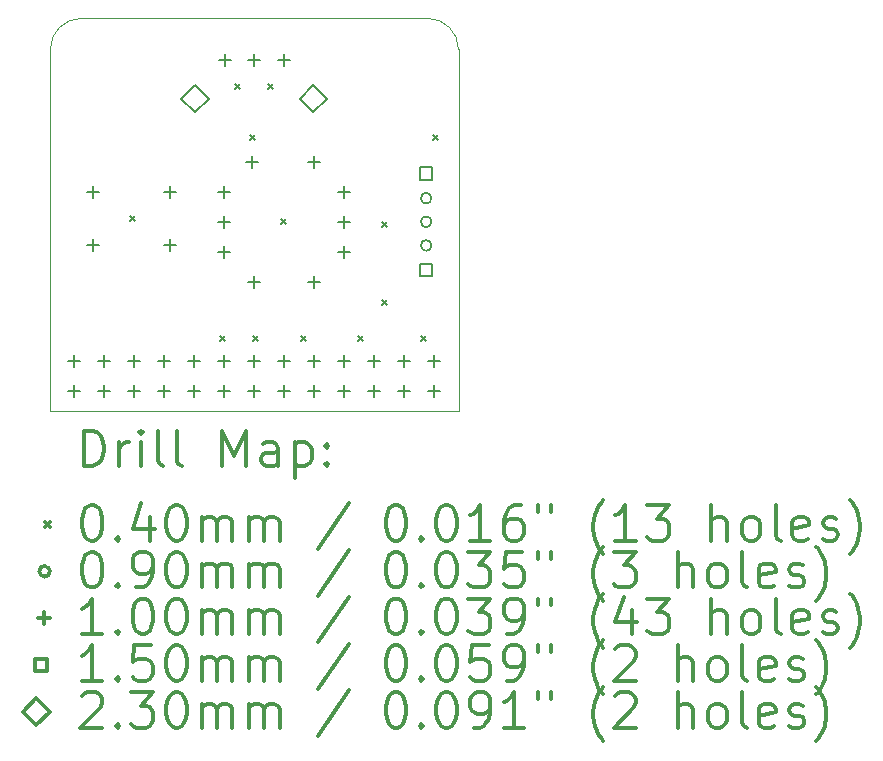
<source format=gbr>
%FSLAX45Y45*%
G04 Gerber Fmt 4.5, Leading zero omitted, Abs format (unit mm)*
G04 Created by KiCad (PCBNEW (5.1.4)-1) date 2019-12-12 19:52:41*
%MOMM*%
%LPD*%
G04 APERTURE LIST*
%ADD10C,0.050000*%
%ADD11C,0.200000*%
%ADD12C,0.300000*%
G04 APERTURE END LIST*
D10*
X1897400Y-2349500D02*
X1897400Y-5410200D01*
X1897400Y-2349500D02*
G75*
G02X2159000Y-2087900I261600J0D01*
G01*
X5092700Y-2087900D02*
G75*
G02X5354300Y-2349500I0J-261600D01*
G01*
X2159000Y-2087900D02*
X5092700Y-2087900D01*
X5354300Y-2349500D02*
X5354300Y-5410200D01*
X1897400Y-5410200D02*
X5354300Y-5410200D01*
D11*
X2570800Y-3764600D02*
X2610800Y-3804600D01*
X2610800Y-3764600D02*
X2570800Y-3804600D01*
X3332800Y-4780600D02*
X3372800Y-4820600D01*
X3372800Y-4780600D02*
X3332800Y-4820600D01*
X3459800Y-2647000D02*
X3499800Y-2687000D01*
X3499800Y-2647000D02*
X3459800Y-2687000D01*
X3586800Y-3078800D02*
X3626800Y-3118800D01*
X3626800Y-3078800D02*
X3586800Y-3118800D01*
X3612200Y-4780600D02*
X3652200Y-4820600D01*
X3652200Y-4780600D02*
X3612200Y-4820600D01*
X3739200Y-2647000D02*
X3779200Y-2687000D01*
X3779200Y-2647000D02*
X3739200Y-2687000D01*
X3853500Y-3790000D02*
X3893500Y-3830000D01*
X3893500Y-3790000D02*
X3853500Y-3830000D01*
X4018600Y-4780600D02*
X4058600Y-4820600D01*
X4058600Y-4780600D02*
X4018600Y-4820600D01*
X4501200Y-4780600D02*
X4541200Y-4820600D01*
X4541200Y-4780600D02*
X4501200Y-4820600D01*
X4704400Y-3815400D02*
X4744400Y-3855400D01*
X4744400Y-3815400D02*
X4704400Y-3855400D01*
X4704400Y-4475800D02*
X4744400Y-4515800D01*
X4744400Y-4475800D02*
X4704400Y-4515800D01*
X5034600Y-4780600D02*
X5074600Y-4820600D01*
X5074600Y-4780600D02*
X5034600Y-4820600D01*
X5136200Y-3078800D02*
X5176200Y-3118800D01*
X5176200Y-3078800D02*
X5136200Y-3118800D01*
X5125000Y-3610000D02*
G75*
G03X5125000Y-3610000I-45000J0D01*
G01*
X5125000Y-3810000D02*
G75*
G03X5125000Y-3810000I-45000J0D01*
G01*
X5125000Y-4010000D02*
G75*
G03X5125000Y-4010000I-45000J0D01*
G01*
X2260600Y-3506000D02*
X2260600Y-3606000D01*
X2210600Y-3556000D02*
X2310600Y-3556000D01*
X2260600Y-3956000D02*
X2260600Y-4056000D01*
X2210600Y-4006000D02*
X2310600Y-4006000D01*
X2910600Y-3506000D02*
X2910600Y-3606000D01*
X2860600Y-3556000D02*
X2960600Y-3556000D01*
X2910600Y-3956000D02*
X2910600Y-4056000D01*
X2860600Y-4006000D02*
X2960600Y-4006000D01*
X3373500Y-2388400D02*
X3373500Y-2488400D01*
X3323500Y-2438400D02*
X3423500Y-2438400D01*
X3623500Y-2388400D02*
X3623500Y-2488400D01*
X3573500Y-2438400D02*
X3673500Y-2438400D01*
X3873500Y-2388400D02*
X3873500Y-2488400D01*
X3823500Y-2438400D02*
X3923500Y-2438400D01*
X2095500Y-4941100D02*
X2095500Y-5041100D01*
X2045500Y-4991100D02*
X2145500Y-4991100D01*
X2095500Y-5195100D02*
X2095500Y-5295100D01*
X2045500Y-5245100D02*
X2145500Y-5245100D01*
X2349500Y-4941100D02*
X2349500Y-5041100D01*
X2299500Y-4991100D02*
X2399500Y-4991100D01*
X2349500Y-5195100D02*
X2349500Y-5295100D01*
X2299500Y-5245100D02*
X2399500Y-5245100D01*
X2603500Y-4941100D02*
X2603500Y-5041100D01*
X2553500Y-4991100D02*
X2653500Y-4991100D01*
X2603500Y-5195100D02*
X2603500Y-5295100D01*
X2553500Y-5245100D02*
X2653500Y-5245100D01*
X2857500Y-4941100D02*
X2857500Y-5041100D01*
X2807500Y-4991100D02*
X2907500Y-4991100D01*
X2857500Y-5195100D02*
X2857500Y-5295100D01*
X2807500Y-5245100D02*
X2907500Y-5245100D01*
X3111500Y-4941100D02*
X3111500Y-5041100D01*
X3061500Y-4991100D02*
X3161500Y-4991100D01*
X3111500Y-5195100D02*
X3111500Y-5295100D01*
X3061500Y-5245100D02*
X3161500Y-5245100D01*
X3365500Y-4941100D02*
X3365500Y-5041100D01*
X3315500Y-4991100D02*
X3415500Y-4991100D01*
X3365500Y-5195100D02*
X3365500Y-5295100D01*
X3315500Y-5245100D02*
X3415500Y-5245100D01*
X3619500Y-4941100D02*
X3619500Y-5041100D01*
X3569500Y-4991100D02*
X3669500Y-4991100D01*
X3619500Y-5195100D02*
X3619500Y-5295100D01*
X3569500Y-5245100D02*
X3669500Y-5245100D01*
X3873500Y-4941100D02*
X3873500Y-5041100D01*
X3823500Y-4991100D02*
X3923500Y-4991100D01*
X3873500Y-5195100D02*
X3873500Y-5295100D01*
X3823500Y-5245100D02*
X3923500Y-5245100D01*
X4127500Y-4941100D02*
X4127500Y-5041100D01*
X4077500Y-4991100D02*
X4177500Y-4991100D01*
X4127500Y-5195100D02*
X4127500Y-5295100D01*
X4077500Y-5245100D02*
X4177500Y-5245100D01*
X4381500Y-4941100D02*
X4381500Y-5041100D01*
X4331500Y-4991100D02*
X4431500Y-4991100D01*
X4381500Y-5195100D02*
X4381500Y-5295100D01*
X4331500Y-5245100D02*
X4431500Y-5245100D01*
X4635500Y-4941100D02*
X4635500Y-5041100D01*
X4585500Y-4991100D02*
X4685500Y-4991100D01*
X4635500Y-5195100D02*
X4635500Y-5295100D01*
X4585500Y-5245100D02*
X4685500Y-5245100D01*
X4889500Y-4941100D02*
X4889500Y-5041100D01*
X4839500Y-4991100D02*
X4939500Y-4991100D01*
X4889500Y-5195100D02*
X4889500Y-5295100D01*
X4839500Y-5245100D02*
X4939500Y-5245100D01*
X5143500Y-4941100D02*
X5143500Y-5041100D01*
X5093500Y-4991100D02*
X5193500Y-4991100D01*
X5143500Y-5195100D02*
X5143500Y-5295100D01*
X5093500Y-5245100D02*
X5193500Y-5245100D01*
X3365500Y-3506000D02*
X3365500Y-3606000D01*
X3315500Y-3556000D02*
X3415500Y-3556000D01*
X3365500Y-3760000D02*
X3365500Y-3860000D01*
X3315500Y-3810000D02*
X3415500Y-3810000D01*
X3365500Y-4014000D02*
X3365500Y-4114000D01*
X3315500Y-4064000D02*
X3415500Y-4064000D01*
X3608500Y-3252000D02*
X3608500Y-3352000D01*
X3558500Y-3302000D02*
X3658500Y-3302000D01*
X3619500Y-4268000D02*
X3619500Y-4368000D01*
X3569500Y-4318000D02*
X3669500Y-4318000D01*
X4127500Y-3252000D02*
X4127500Y-3352000D01*
X4077500Y-3302000D02*
X4177500Y-3302000D01*
X4127500Y-4268000D02*
X4127500Y-4368000D01*
X4077500Y-4318000D02*
X4177500Y-4318000D01*
X4381500Y-3506000D02*
X4381500Y-3606000D01*
X4331500Y-3556000D02*
X4431500Y-3556000D01*
X4381500Y-3760000D02*
X4381500Y-3860000D01*
X4331500Y-3810000D02*
X4431500Y-3810000D01*
X4381500Y-4014000D02*
X4381500Y-4114000D01*
X4331500Y-4064000D02*
X4431500Y-4064000D01*
X5133034Y-3453033D02*
X5133034Y-3346966D01*
X5026967Y-3346966D01*
X5026967Y-3453033D01*
X5133034Y-3453033D01*
X5133034Y-4273034D02*
X5133034Y-4166966D01*
X5026967Y-4166966D01*
X5026967Y-4273034D01*
X5133034Y-4273034D01*
X3123500Y-2883400D02*
X3238500Y-2768400D01*
X3123500Y-2653400D01*
X3008500Y-2768400D01*
X3123500Y-2883400D01*
X4123500Y-2883400D02*
X4238500Y-2768400D01*
X4123500Y-2653400D01*
X4008500Y-2768400D01*
X4123500Y-2883400D01*
D12*
X2181328Y-5878414D02*
X2181328Y-5578414D01*
X2252757Y-5578414D01*
X2295614Y-5592700D01*
X2324186Y-5621271D01*
X2338471Y-5649843D01*
X2352757Y-5706986D01*
X2352757Y-5749843D01*
X2338471Y-5806986D01*
X2324186Y-5835557D01*
X2295614Y-5864129D01*
X2252757Y-5878414D01*
X2181328Y-5878414D01*
X2481328Y-5878414D02*
X2481328Y-5678414D01*
X2481328Y-5735557D02*
X2495614Y-5706986D01*
X2509900Y-5692700D01*
X2538471Y-5678414D01*
X2567043Y-5678414D01*
X2667043Y-5878414D02*
X2667043Y-5678414D01*
X2667043Y-5578414D02*
X2652757Y-5592700D01*
X2667043Y-5606986D01*
X2681328Y-5592700D01*
X2667043Y-5578414D01*
X2667043Y-5606986D01*
X2852757Y-5878414D02*
X2824186Y-5864129D01*
X2809900Y-5835557D01*
X2809900Y-5578414D01*
X3009900Y-5878414D02*
X2981328Y-5864129D01*
X2967043Y-5835557D01*
X2967043Y-5578414D01*
X3352757Y-5878414D02*
X3352757Y-5578414D01*
X3452757Y-5792700D01*
X3552757Y-5578414D01*
X3552757Y-5878414D01*
X3824186Y-5878414D02*
X3824186Y-5721271D01*
X3809900Y-5692700D01*
X3781328Y-5678414D01*
X3724186Y-5678414D01*
X3695614Y-5692700D01*
X3824186Y-5864129D02*
X3795614Y-5878414D01*
X3724186Y-5878414D01*
X3695614Y-5864129D01*
X3681328Y-5835557D01*
X3681328Y-5806986D01*
X3695614Y-5778414D01*
X3724186Y-5764129D01*
X3795614Y-5764129D01*
X3824186Y-5749843D01*
X3967043Y-5678414D02*
X3967043Y-5978414D01*
X3967043Y-5692700D02*
X3995614Y-5678414D01*
X4052757Y-5678414D01*
X4081328Y-5692700D01*
X4095614Y-5706986D01*
X4109900Y-5735557D01*
X4109900Y-5821271D01*
X4095614Y-5849843D01*
X4081328Y-5864129D01*
X4052757Y-5878414D01*
X3995614Y-5878414D01*
X3967043Y-5864129D01*
X4238471Y-5849843D02*
X4252757Y-5864129D01*
X4238471Y-5878414D01*
X4224186Y-5864129D01*
X4238471Y-5849843D01*
X4238471Y-5878414D01*
X4238471Y-5692700D02*
X4252757Y-5706986D01*
X4238471Y-5721271D01*
X4224186Y-5706986D01*
X4238471Y-5692700D01*
X4238471Y-5721271D01*
X1854900Y-6352700D02*
X1894900Y-6392700D01*
X1894900Y-6352700D02*
X1854900Y-6392700D01*
X2238471Y-6208414D02*
X2267043Y-6208414D01*
X2295614Y-6222700D01*
X2309900Y-6236986D01*
X2324186Y-6265557D01*
X2338471Y-6322700D01*
X2338471Y-6394129D01*
X2324186Y-6451271D01*
X2309900Y-6479843D01*
X2295614Y-6494129D01*
X2267043Y-6508414D01*
X2238471Y-6508414D01*
X2209900Y-6494129D01*
X2195614Y-6479843D01*
X2181328Y-6451271D01*
X2167043Y-6394129D01*
X2167043Y-6322700D01*
X2181328Y-6265557D01*
X2195614Y-6236986D01*
X2209900Y-6222700D01*
X2238471Y-6208414D01*
X2467043Y-6479843D02*
X2481328Y-6494129D01*
X2467043Y-6508414D01*
X2452757Y-6494129D01*
X2467043Y-6479843D01*
X2467043Y-6508414D01*
X2738471Y-6308414D02*
X2738471Y-6508414D01*
X2667043Y-6194129D02*
X2595614Y-6408414D01*
X2781328Y-6408414D01*
X2952757Y-6208414D02*
X2981328Y-6208414D01*
X3009900Y-6222700D01*
X3024186Y-6236986D01*
X3038471Y-6265557D01*
X3052757Y-6322700D01*
X3052757Y-6394129D01*
X3038471Y-6451271D01*
X3024186Y-6479843D01*
X3009900Y-6494129D01*
X2981328Y-6508414D01*
X2952757Y-6508414D01*
X2924186Y-6494129D01*
X2909900Y-6479843D01*
X2895614Y-6451271D01*
X2881328Y-6394129D01*
X2881328Y-6322700D01*
X2895614Y-6265557D01*
X2909900Y-6236986D01*
X2924186Y-6222700D01*
X2952757Y-6208414D01*
X3181328Y-6508414D02*
X3181328Y-6308414D01*
X3181328Y-6336986D02*
X3195614Y-6322700D01*
X3224186Y-6308414D01*
X3267043Y-6308414D01*
X3295614Y-6322700D01*
X3309900Y-6351271D01*
X3309900Y-6508414D01*
X3309900Y-6351271D02*
X3324186Y-6322700D01*
X3352757Y-6308414D01*
X3395614Y-6308414D01*
X3424186Y-6322700D01*
X3438471Y-6351271D01*
X3438471Y-6508414D01*
X3581328Y-6508414D02*
X3581328Y-6308414D01*
X3581328Y-6336986D02*
X3595614Y-6322700D01*
X3624186Y-6308414D01*
X3667043Y-6308414D01*
X3695614Y-6322700D01*
X3709900Y-6351271D01*
X3709900Y-6508414D01*
X3709900Y-6351271D02*
X3724186Y-6322700D01*
X3752757Y-6308414D01*
X3795614Y-6308414D01*
X3824186Y-6322700D01*
X3838471Y-6351271D01*
X3838471Y-6508414D01*
X4424186Y-6194129D02*
X4167043Y-6579843D01*
X4809900Y-6208414D02*
X4838471Y-6208414D01*
X4867043Y-6222700D01*
X4881328Y-6236986D01*
X4895614Y-6265557D01*
X4909900Y-6322700D01*
X4909900Y-6394129D01*
X4895614Y-6451271D01*
X4881328Y-6479843D01*
X4867043Y-6494129D01*
X4838471Y-6508414D01*
X4809900Y-6508414D01*
X4781328Y-6494129D01*
X4767043Y-6479843D01*
X4752757Y-6451271D01*
X4738471Y-6394129D01*
X4738471Y-6322700D01*
X4752757Y-6265557D01*
X4767043Y-6236986D01*
X4781328Y-6222700D01*
X4809900Y-6208414D01*
X5038471Y-6479843D02*
X5052757Y-6494129D01*
X5038471Y-6508414D01*
X5024186Y-6494129D01*
X5038471Y-6479843D01*
X5038471Y-6508414D01*
X5238471Y-6208414D02*
X5267043Y-6208414D01*
X5295614Y-6222700D01*
X5309900Y-6236986D01*
X5324186Y-6265557D01*
X5338471Y-6322700D01*
X5338471Y-6394129D01*
X5324186Y-6451271D01*
X5309900Y-6479843D01*
X5295614Y-6494129D01*
X5267043Y-6508414D01*
X5238471Y-6508414D01*
X5209900Y-6494129D01*
X5195614Y-6479843D01*
X5181328Y-6451271D01*
X5167043Y-6394129D01*
X5167043Y-6322700D01*
X5181328Y-6265557D01*
X5195614Y-6236986D01*
X5209900Y-6222700D01*
X5238471Y-6208414D01*
X5624186Y-6508414D02*
X5452757Y-6508414D01*
X5538471Y-6508414D02*
X5538471Y-6208414D01*
X5509900Y-6251271D01*
X5481328Y-6279843D01*
X5452757Y-6294129D01*
X5881328Y-6208414D02*
X5824186Y-6208414D01*
X5795614Y-6222700D01*
X5781328Y-6236986D01*
X5752757Y-6279843D01*
X5738471Y-6336986D01*
X5738471Y-6451271D01*
X5752757Y-6479843D01*
X5767043Y-6494129D01*
X5795614Y-6508414D01*
X5852757Y-6508414D01*
X5881328Y-6494129D01*
X5895614Y-6479843D01*
X5909900Y-6451271D01*
X5909900Y-6379843D01*
X5895614Y-6351271D01*
X5881328Y-6336986D01*
X5852757Y-6322700D01*
X5795614Y-6322700D01*
X5767043Y-6336986D01*
X5752757Y-6351271D01*
X5738471Y-6379843D01*
X6024186Y-6208414D02*
X6024186Y-6265557D01*
X6138471Y-6208414D02*
X6138471Y-6265557D01*
X6581328Y-6622700D02*
X6567043Y-6608414D01*
X6538471Y-6565557D01*
X6524186Y-6536986D01*
X6509900Y-6494129D01*
X6495614Y-6422700D01*
X6495614Y-6365557D01*
X6509900Y-6294129D01*
X6524186Y-6251271D01*
X6538471Y-6222700D01*
X6567043Y-6179843D01*
X6581328Y-6165557D01*
X6852757Y-6508414D02*
X6681328Y-6508414D01*
X6767043Y-6508414D02*
X6767043Y-6208414D01*
X6738471Y-6251271D01*
X6709900Y-6279843D01*
X6681328Y-6294129D01*
X6952757Y-6208414D02*
X7138471Y-6208414D01*
X7038471Y-6322700D01*
X7081328Y-6322700D01*
X7109900Y-6336986D01*
X7124186Y-6351271D01*
X7138471Y-6379843D01*
X7138471Y-6451271D01*
X7124186Y-6479843D01*
X7109900Y-6494129D01*
X7081328Y-6508414D01*
X6995614Y-6508414D01*
X6967043Y-6494129D01*
X6952757Y-6479843D01*
X7495614Y-6508414D02*
X7495614Y-6208414D01*
X7624186Y-6508414D02*
X7624186Y-6351271D01*
X7609900Y-6322700D01*
X7581328Y-6308414D01*
X7538471Y-6308414D01*
X7509900Y-6322700D01*
X7495614Y-6336986D01*
X7809900Y-6508414D02*
X7781328Y-6494129D01*
X7767043Y-6479843D01*
X7752757Y-6451271D01*
X7752757Y-6365557D01*
X7767043Y-6336986D01*
X7781328Y-6322700D01*
X7809900Y-6308414D01*
X7852757Y-6308414D01*
X7881328Y-6322700D01*
X7895614Y-6336986D01*
X7909900Y-6365557D01*
X7909900Y-6451271D01*
X7895614Y-6479843D01*
X7881328Y-6494129D01*
X7852757Y-6508414D01*
X7809900Y-6508414D01*
X8081328Y-6508414D02*
X8052757Y-6494129D01*
X8038471Y-6465557D01*
X8038471Y-6208414D01*
X8309900Y-6494129D02*
X8281328Y-6508414D01*
X8224186Y-6508414D01*
X8195614Y-6494129D01*
X8181328Y-6465557D01*
X8181328Y-6351271D01*
X8195614Y-6322700D01*
X8224186Y-6308414D01*
X8281328Y-6308414D01*
X8309900Y-6322700D01*
X8324186Y-6351271D01*
X8324186Y-6379843D01*
X8181328Y-6408414D01*
X8438471Y-6494129D02*
X8467043Y-6508414D01*
X8524186Y-6508414D01*
X8552757Y-6494129D01*
X8567043Y-6465557D01*
X8567043Y-6451271D01*
X8552757Y-6422700D01*
X8524186Y-6408414D01*
X8481328Y-6408414D01*
X8452757Y-6394129D01*
X8438471Y-6365557D01*
X8438471Y-6351271D01*
X8452757Y-6322700D01*
X8481328Y-6308414D01*
X8524186Y-6308414D01*
X8552757Y-6322700D01*
X8667043Y-6622700D02*
X8681328Y-6608414D01*
X8709900Y-6565557D01*
X8724186Y-6536986D01*
X8738471Y-6494129D01*
X8752757Y-6422700D01*
X8752757Y-6365557D01*
X8738471Y-6294129D01*
X8724186Y-6251271D01*
X8709900Y-6222700D01*
X8681328Y-6179843D01*
X8667043Y-6165557D01*
X1894900Y-6768700D02*
G75*
G03X1894900Y-6768700I-45000J0D01*
G01*
X2238471Y-6604414D02*
X2267043Y-6604414D01*
X2295614Y-6618700D01*
X2309900Y-6632986D01*
X2324186Y-6661557D01*
X2338471Y-6718700D01*
X2338471Y-6790129D01*
X2324186Y-6847271D01*
X2309900Y-6875843D01*
X2295614Y-6890129D01*
X2267043Y-6904414D01*
X2238471Y-6904414D01*
X2209900Y-6890129D01*
X2195614Y-6875843D01*
X2181328Y-6847271D01*
X2167043Y-6790129D01*
X2167043Y-6718700D01*
X2181328Y-6661557D01*
X2195614Y-6632986D01*
X2209900Y-6618700D01*
X2238471Y-6604414D01*
X2467043Y-6875843D02*
X2481328Y-6890129D01*
X2467043Y-6904414D01*
X2452757Y-6890129D01*
X2467043Y-6875843D01*
X2467043Y-6904414D01*
X2624186Y-6904414D02*
X2681328Y-6904414D01*
X2709900Y-6890129D01*
X2724186Y-6875843D01*
X2752757Y-6832986D01*
X2767043Y-6775843D01*
X2767043Y-6661557D01*
X2752757Y-6632986D01*
X2738471Y-6618700D01*
X2709900Y-6604414D01*
X2652757Y-6604414D01*
X2624186Y-6618700D01*
X2609900Y-6632986D01*
X2595614Y-6661557D01*
X2595614Y-6732986D01*
X2609900Y-6761557D01*
X2624186Y-6775843D01*
X2652757Y-6790129D01*
X2709900Y-6790129D01*
X2738471Y-6775843D01*
X2752757Y-6761557D01*
X2767043Y-6732986D01*
X2952757Y-6604414D02*
X2981328Y-6604414D01*
X3009900Y-6618700D01*
X3024186Y-6632986D01*
X3038471Y-6661557D01*
X3052757Y-6718700D01*
X3052757Y-6790129D01*
X3038471Y-6847271D01*
X3024186Y-6875843D01*
X3009900Y-6890129D01*
X2981328Y-6904414D01*
X2952757Y-6904414D01*
X2924186Y-6890129D01*
X2909900Y-6875843D01*
X2895614Y-6847271D01*
X2881328Y-6790129D01*
X2881328Y-6718700D01*
X2895614Y-6661557D01*
X2909900Y-6632986D01*
X2924186Y-6618700D01*
X2952757Y-6604414D01*
X3181328Y-6904414D02*
X3181328Y-6704414D01*
X3181328Y-6732986D02*
X3195614Y-6718700D01*
X3224186Y-6704414D01*
X3267043Y-6704414D01*
X3295614Y-6718700D01*
X3309900Y-6747271D01*
X3309900Y-6904414D01*
X3309900Y-6747271D02*
X3324186Y-6718700D01*
X3352757Y-6704414D01*
X3395614Y-6704414D01*
X3424186Y-6718700D01*
X3438471Y-6747271D01*
X3438471Y-6904414D01*
X3581328Y-6904414D02*
X3581328Y-6704414D01*
X3581328Y-6732986D02*
X3595614Y-6718700D01*
X3624186Y-6704414D01*
X3667043Y-6704414D01*
X3695614Y-6718700D01*
X3709900Y-6747271D01*
X3709900Y-6904414D01*
X3709900Y-6747271D02*
X3724186Y-6718700D01*
X3752757Y-6704414D01*
X3795614Y-6704414D01*
X3824186Y-6718700D01*
X3838471Y-6747271D01*
X3838471Y-6904414D01*
X4424186Y-6590129D02*
X4167043Y-6975843D01*
X4809900Y-6604414D02*
X4838471Y-6604414D01*
X4867043Y-6618700D01*
X4881328Y-6632986D01*
X4895614Y-6661557D01*
X4909900Y-6718700D01*
X4909900Y-6790129D01*
X4895614Y-6847271D01*
X4881328Y-6875843D01*
X4867043Y-6890129D01*
X4838471Y-6904414D01*
X4809900Y-6904414D01*
X4781328Y-6890129D01*
X4767043Y-6875843D01*
X4752757Y-6847271D01*
X4738471Y-6790129D01*
X4738471Y-6718700D01*
X4752757Y-6661557D01*
X4767043Y-6632986D01*
X4781328Y-6618700D01*
X4809900Y-6604414D01*
X5038471Y-6875843D02*
X5052757Y-6890129D01*
X5038471Y-6904414D01*
X5024186Y-6890129D01*
X5038471Y-6875843D01*
X5038471Y-6904414D01*
X5238471Y-6604414D02*
X5267043Y-6604414D01*
X5295614Y-6618700D01*
X5309900Y-6632986D01*
X5324186Y-6661557D01*
X5338471Y-6718700D01*
X5338471Y-6790129D01*
X5324186Y-6847271D01*
X5309900Y-6875843D01*
X5295614Y-6890129D01*
X5267043Y-6904414D01*
X5238471Y-6904414D01*
X5209900Y-6890129D01*
X5195614Y-6875843D01*
X5181328Y-6847271D01*
X5167043Y-6790129D01*
X5167043Y-6718700D01*
X5181328Y-6661557D01*
X5195614Y-6632986D01*
X5209900Y-6618700D01*
X5238471Y-6604414D01*
X5438471Y-6604414D02*
X5624186Y-6604414D01*
X5524186Y-6718700D01*
X5567043Y-6718700D01*
X5595614Y-6732986D01*
X5609900Y-6747271D01*
X5624186Y-6775843D01*
X5624186Y-6847271D01*
X5609900Y-6875843D01*
X5595614Y-6890129D01*
X5567043Y-6904414D01*
X5481328Y-6904414D01*
X5452757Y-6890129D01*
X5438471Y-6875843D01*
X5895614Y-6604414D02*
X5752757Y-6604414D01*
X5738471Y-6747271D01*
X5752757Y-6732986D01*
X5781328Y-6718700D01*
X5852757Y-6718700D01*
X5881328Y-6732986D01*
X5895614Y-6747271D01*
X5909900Y-6775843D01*
X5909900Y-6847271D01*
X5895614Y-6875843D01*
X5881328Y-6890129D01*
X5852757Y-6904414D01*
X5781328Y-6904414D01*
X5752757Y-6890129D01*
X5738471Y-6875843D01*
X6024186Y-6604414D02*
X6024186Y-6661557D01*
X6138471Y-6604414D02*
X6138471Y-6661557D01*
X6581328Y-7018700D02*
X6567043Y-7004414D01*
X6538471Y-6961557D01*
X6524186Y-6932986D01*
X6509900Y-6890129D01*
X6495614Y-6818700D01*
X6495614Y-6761557D01*
X6509900Y-6690129D01*
X6524186Y-6647271D01*
X6538471Y-6618700D01*
X6567043Y-6575843D01*
X6581328Y-6561557D01*
X6667043Y-6604414D02*
X6852757Y-6604414D01*
X6752757Y-6718700D01*
X6795614Y-6718700D01*
X6824186Y-6732986D01*
X6838471Y-6747271D01*
X6852757Y-6775843D01*
X6852757Y-6847271D01*
X6838471Y-6875843D01*
X6824186Y-6890129D01*
X6795614Y-6904414D01*
X6709900Y-6904414D01*
X6681328Y-6890129D01*
X6667043Y-6875843D01*
X7209900Y-6904414D02*
X7209900Y-6604414D01*
X7338471Y-6904414D02*
X7338471Y-6747271D01*
X7324186Y-6718700D01*
X7295614Y-6704414D01*
X7252757Y-6704414D01*
X7224186Y-6718700D01*
X7209900Y-6732986D01*
X7524186Y-6904414D02*
X7495614Y-6890129D01*
X7481328Y-6875843D01*
X7467043Y-6847271D01*
X7467043Y-6761557D01*
X7481328Y-6732986D01*
X7495614Y-6718700D01*
X7524186Y-6704414D01*
X7567043Y-6704414D01*
X7595614Y-6718700D01*
X7609900Y-6732986D01*
X7624186Y-6761557D01*
X7624186Y-6847271D01*
X7609900Y-6875843D01*
X7595614Y-6890129D01*
X7567043Y-6904414D01*
X7524186Y-6904414D01*
X7795614Y-6904414D02*
X7767043Y-6890129D01*
X7752757Y-6861557D01*
X7752757Y-6604414D01*
X8024186Y-6890129D02*
X7995614Y-6904414D01*
X7938471Y-6904414D01*
X7909900Y-6890129D01*
X7895614Y-6861557D01*
X7895614Y-6747271D01*
X7909900Y-6718700D01*
X7938471Y-6704414D01*
X7995614Y-6704414D01*
X8024186Y-6718700D01*
X8038471Y-6747271D01*
X8038471Y-6775843D01*
X7895614Y-6804414D01*
X8152757Y-6890129D02*
X8181328Y-6904414D01*
X8238471Y-6904414D01*
X8267043Y-6890129D01*
X8281328Y-6861557D01*
X8281328Y-6847271D01*
X8267043Y-6818700D01*
X8238471Y-6804414D01*
X8195614Y-6804414D01*
X8167043Y-6790129D01*
X8152757Y-6761557D01*
X8152757Y-6747271D01*
X8167043Y-6718700D01*
X8195614Y-6704414D01*
X8238471Y-6704414D01*
X8267043Y-6718700D01*
X8381328Y-7018700D02*
X8395614Y-7004414D01*
X8424186Y-6961557D01*
X8438471Y-6932986D01*
X8452757Y-6890129D01*
X8467043Y-6818700D01*
X8467043Y-6761557D01*
X8452757Y-6690129D01*
X8438471Y-6647271D01*
X8424186Y-6618700D01*
X8395614Y-6575843D01*
X8381328Y-6561557D01*
X1844900Y-7114700D02*
X1844900Y-7214700D01*
X1794900Y-7164700D02*
X1894900Y-7164700D01*
X2338471Y-7300414D02*
X2167043Y-7300414D01*
X2252757Y-7300414D02*
X2252757Y-7000414D01*
X2224186Y-7043271D01*
X2195614Y-7071843D01*
X2167043Y-7086129D01*
X2467043Y-7271843D02*
X2481328Y-7286129D01*
X2467043Y-7300414D01*
X2452757Y-7286129D01*
X2467043Y-7271843D01*
X2467043Y-7300414D01*
X2667043Y-7000414D02*
X2695614Y-7000414D01*
X2724186Y-7014700D01*
X2738471Y-7028986D01*
X2752757Y-7057557D01*
X2767043Y-7114700D01*
X2767043Y-7186129D01*
X2752757Y-7243271D01*
X2738471Y-7271843D01*
X2724186Y-7286129D01*
X2695614Y-7300414D01*
X2667043Y-7300414D01*
X2638471Y-7286129D01*
X2624186Y-7271843D01*
X2609900Y-7243271D01*
X2595614Y-7186129D01*
X2595614Y-7114700D01*
X2609900Y-7057557D01*
X2624186Y-7028986D01*
X2638471Y-7014700D01*
X2667043Y-7000414D01*
X2952757Y-7000414D02*
X2981328Y-7000414D01*
X3009900Y-7014700D01*
X3024186Y-7028986D01*
X3038471Y-7057557D01*
X3052757Y-7114700D01*
X3052757Y-7186129D01*
X3038471Y-7243271D01*
X3024186Y-7271843D01*
X3009900Y-7286129D01*
X2981328Y-7300414D01*
X2952757Y-7300414D01*
X2924186Y-7286129D01*
X2909900Y-7271843D01*
X2895614Y-7243271D01*
X2881328Y-7186129D01*
X2881328Y-7114700D01*
X2895614Y-7057557D01*
X2909900Y-7028986D01*
X2924186Y-7014700D01*
X2952757Y-7000414D01*
X3181328Y-7300414D02*
X3181328Y-7100414D01*
X3181328Y-7128986D02*
X3195614Y-7114700D01*
X3224186Y-7100414D01*
X3267043Y-7100414D01*
X3295614Y-7114700D01*
X3309900Y-7143271D01*
X3309900Y-7300414D01*
X3309900Y-7143271D02*
X3324186Y-7114700D01*
X3352757Y-7100414D01*
X3395614Y-7100414D01*
X3424186Y-7114700D01*
X3438471Y-7143271D01*
X3438471Y-7300414D01*
X3581328Y-7300414D02*
X3581328Y-7100414D01*
X3581328Y-7128986D02*
X3595614Y-7114700D01*
X3624186Y-7100414D01*
X3667043Y-7100414D01*
X3695614Y-7114700D01*
X3709900Y-7143271D01*
X3709900Y-7300414D01*
X3709900Y-7143271D02*
X3724186Y-7114700D01*
X3752757Y-7100414D01*
X3795614Y-7100414D01*
X3824186Y-7114700D01*
X3838471Y-7143271D01*
X3838471Y-7300414D01*
X4424186Y-6986129D02*
X4167043Y-7371843D01*
X4809900Y-7000414D02*
X4838471Y-7000414D01*
X4867043Y-7014700D01*
X4881328Y-7028986D01*
X4895614Y-7057557D01*
X4909900Y-7114700D01*
X4909900Y-7186129D01*
X4895614Y-7243271D01*
X4881328Y-7271843D01*
X4867043Y-7286129D01*
X4838471Y-7300414D01*
X4809900Y-7300414D01*
X4781328Y-7286129D01*
X4767043Y-7271843D01*
X4752757Y-7243271D01*
X4738471Y-7186129D01*
X4738471Y-7114700D01*
X4752757Y-7057557D01*
X4767043Y-7028986D01*
X4781328Y-7014700D01*
X4809900Y-7000414D01*
X5038471Y-7271843D02*
X5052757Y-7286129D01*
X5038471Y-7300414D01*
X5024186Y-7286129D01*
X5038471Y-7271843D01*
X5038471Y-7300414D01*
X5238471Y-7000414D02*
X5267043Y-7000414D01*
X5295614Y-7014700D01*
X5309900Y-7028986D01*
X5324186Y-7057557D01*
X5338471Y-7114700D01*
X5338471Y-7186129D01*
X5324186Y-7243271D01*
X5309900Y-7271843D01*
X5295614Y-7286129D01*
X5267043Y-7300414D01*
X5238471Y-7300414D01*
X5209900Y-7286129D01*
X5195614Y-7271843D01*
X5181328Y-7243271D01*
X5167043Y-7186129D01*
X5167043Y-7114700D01*
X5181328Y-7057557D01*
X5195614Y-7028986D01*
X5209900Y-7014700D01*
X5238471Y-7000414D01*
X5438471Y-7000414D02*
X5624186Y-7000414D01*
X5524186Y-7114700D01*
X5567043Y-7114700D01*
X5595614Y-7128986D01*
X5609900Y-7143271D01*
X5624186Y-7171843D01*
X5624186Y-7243271D01*
X5609900Y-7271843D01*
X5595614Y-7286129D01*
X5567043Y-7300414D01*
X5481328Y-7300414D01*
X5452757Y-7286129D01*
X5438471Y-7271843D01*
X5767043Y-7300414D02*
X5824186Y-7300414D01*
X5852757Y-7286129D01*
X5867043Y-7271843D01*
X5895614Y-7228986D01*
X5909900Y-7171843D01*
X5909900Y-7057557D01*
X5895614Y-7028986D01*
X5881328Y-7014700D01*
X5852757Y-7000414D01*
X5795614Y-7000414D01*
X5767043Y-7014700D01*
X5752757Y-7028986D01*
X5738471Y-7057557D01*
X5738471Y-7128986D01*
X5752757Y-7157557D01*
X5767043Y-7171843D01*
X5795614Y-7186129D01*
X5852757Y-7186129D01*
X5881328Y-7171843D01*
X5895614Y-7157557D01*
X5909900Y-7128986D01*
X6024186Y-7000414D02*
X6024186Y-7057557D01*
X6138471Y-7000414D02*
X6138471Y-7057557D01*
X6581328Y-7414700D02*
X6567043Y-7400414D01*
X6538471Y-7357557D01*
X6524186Y-7328986D01*
X6509900Y-7286129D01*
X6495614Y-7214700D01*
X6495614Y-7157557D01*
X6509900Y-7086129D01*
X6524186Y-7043271D01*
X6538471Y-7014700D01*
X6567043Y-6971843D01*
X6581328Y-6957557D01*
X6824186Y-7100414D02*
X6824186Y-7300414D01*
X6752757Y-6986129D02*
X6681328Y-7200414D01*
X6867043Y-7200414D01*
X6952757Y-7000414D02*
X7138471Y-7000414D01*
X7038471Y-7114700D01*
X7081328Y-7114700D01*
X7109900Y-7128986D01*
X7124186Y-7143271D01*
X7138471Y-7171843D01*
X7138471Y-7243271D01*
X7124186Y-7271843D01*
X7109900Y-7286129D01*
X7081328Y-7300414D01*
X6995614Y-7300414D01*
X6967043Y-7286129D01*
X6952757Y-7271843D01*
X7495614Y-7300414D02*
X7495614Y-7000414D01*
X7624186Y-7300414D02*
X7624186Y-7143271D01*
X7609900Y-7114700D01*
X7581328Y-7100414D01*
X7538471Y-7100414D01*
X7509900Y-7114700D01*
X7495614Y-7128986D01*
X7809900Y-7300414D02*
X7781328Y-7286129D01*
X7767043Y-7271843D01*
X7752757Y-7243271D01*
X7752757Y-7157557D01*
X7767043Y-7128986D01*
X7781328Y-7114700D01*
X7809900Y-7100414D01*
X7852757Y-7100414D01*
X7881328Y-7114700D01*
X7895614Y-7128986D01*
X7909900Y-7157557D01*
X7909900Y-7243271D01*
X7895614Y-7271843D01*
X7881328Y-7286129D01*
X7852757Y-7300414D01*
X7809900Y-7300414D01*
X8081328Y-7300414D02*
X8052757Y-7286129D01*
X8038471Y-7257557D01*
X8038471Y-7000414D01*
X8309900Y-7286129D02*
X8281328Y-7300414D01*
X8224186Y-7300414D01*
X8195614Y-7286129D01*
X8181328Y-7257557D01*
X8181328Y-7143271D01*
X8195614Y-7114700D01*
X8224186Y-7100414D01*
X8281328Y-7100414D01*
X8309900Y-7114700D01*
X8324186Y-7143271D01*
X8324186Y-7171843D01*
X8181328Y-7200414D01*
X8438471Y-7286129D02*
X8467043Y-7300414D01*
X8524186Y-7300414D01*
X8552757Y-7286129D01*
X8567043Y-7257557D01*
X8567043Y-7243271D01*
X8552757Y-7214700D01*
X8524186Y-7200414D01*
X8481328Y-7200414D01*
X8452757Y-7186129D01*
X8438471Y-7157557D01*
X8438471Y-7143271D01*
X8452757Y-7114700D01*
X8481328Y-7100414D01*
X8524186Y-7100414D01*
X8552757Y-7114700D01*
X8667043Y-7414700D02*
X8681328Y-7400414D01*
X8709900Y-7357557D01*
X8724186Y-7328986D01*
X8738471Y-7286129D01*
X8752757Y-7214700D01*
X8752757Y-7157557D01*
X8738471Y-7086129D01*
X8724186Y-7043271D01*
X8709900Y-7014700D01*
X8681328Y-6971843D01*
X8667043Y-6957557D01*
X1872933Y-7613734D02*
X1872933Y-7507667D01*
X1766866Y-7507667D01*
X1766866Y-7613734D01*
X1872933Y-7613734D01*
X2338471Y-7696414D02*
X2167043Y-7696414D01*
X2252757Y-7696414D02*
X2252757Y-7396414D01*
X2224186Y-7439271D01*
X2195614Y-7467843D01*
X2167043Y-7482129D01*
X2467043Y-7667843D02*
X2481328Y-7682129D01*
X2467043Y-7696414D01*
X2452757Y-7682129D01*
X2467043Y-7667843D01*
X2467043Y-7696414D01*
X2752757Y-7396414D02*
X2609900Y-7396414D01*
X2595614Y-7539271D01*
X2609900Y-7524986D01*
X2638471Y-7510700D01*
X2709900Y-7510700D01*
X2738471Y-7524986D01*
X2752757Y-7539271D01*
X2767043Y-7567843D01*
X2767043Y-7639271D01*
X2752757Y-7667843D01*
X2738471Y-7682129D01*
X2709900Y-7696414D01*
X2638471Y-7696414D01*
X2609900Y-7682129D01*
X2595614Y-7667843D01*
X2952757Y-7396414D02*
X2981328Y-7396414D01*
X3009900Y-7410700D01*
X3024186Y-7424986D01*
X3038471Y-7453557D01*
X3052757Y-7510700D01*
X3052757Y-7582129D01*
X3038471Y-7639271D01*
X3024186Y-7667843D01*
X3009900Y-7682129D01*
X2981328Y-7696414D01*
X2952757Y-7696414D01*
X2924186Y-7682129D01*
X2909900Y-7667843D01*
X2895614Y-7639271D01*
X2881328Y-7582129D01*
X2881328Y-7510700D01*
X2895614Y-7453557D01*
X2909900Y-7424986D01*
X2924186Y-7410700D01*
X2952757Y-7396414D01*
X3181328Y-7696414D02*
X3181328Y-7496414D01*
X3181328Y-7524986D02*
X3195614Y-7510700D01*
X3224186Y-7496414D01*
X3267043Y-7496414D01*
X3295614Y-7510700D01*
X3309900Y-7539271D01*
X3309900Y-7696414D01*
X3309900Y-7539271D02*
X3324186Y-7510700D01*
X3352757Y-7496414D01*
X3395614Y-7496414D01*
X3424186Y-7510700D01*
X3438471Y-7539271D01*
X3438471Y-7696414D01*
X3581328Y-7696414D02*
X3581328Y-7496414D01*
X3581328Y-7524986D02*
X3595614Y-7510700D01*
X3624186Y-7496414D01*
X3667043Y-7496414D01*
X3695614Y-7510700D01*
X3709900Y-7539271D01*
X3709900Y-7696414D01*
X3709900Y-7539271D02*
X3724186Y-7510700D01*
X3752757Y-7496414D01*
X3795614Y-7496414D01*
X3824186Y-7510700D01*
X3838471Y-7539271D01*
X3838471Y-7696414D01*
X4424186Y-7382129D02*
X4167043Y-7767843D01*
X4809900Y-7396414D02*
X4838471Y-7396414D01*
X4867043Y-7410700D01*
X4881328Y-7424986D01*
X4895614Y-7453557D01*
X4909900Y-7510700D01*
X4909900Y-7582129D01*
X4895614Y-7639271D01*
X4881328Y-7667843D01*
X4867043Y-7682129D01*
X4838471Y-7696414D01*
X4809900Y-7696414D01*
X4781328Y-7682129D01*
X4767043Y-7667843D01*
X4752757Y-7639271D01*
X4738471Y-7582129D01*
X4738471Y-7510700D01*
X4752757Y-7453557D01*
X4767043Y-7424986D01*
X4781328Y-7410700D01*
X4809900Y-7396414D01*
X5038471Y-7667843D02*
X5052757Y-7682129D01*
X5038471Y-7696414D01*
X5024186Y-7682129D01*
X5038471Y-7667843D01*
X5038471Y-7696414D01*
X5238471Y-7396414D02*
X5267043Y-7396414D01*
X5295614Y-7410700D01*
X5309900Y-7424986D01*
X5324186Y-7453557D01*
X5338471Y-7510700D01*
X5338471Y-7582129D01*
X5324186Y-7639271D01*
X5309900Y-7667843D01*
X5295614Y-7682129D01*
X5267043Y-7696414D01*
X5238471Y-7696414D01*
X5209900Y-7682129D01*
X5195614Y-7667843D01*
X5181328Y-7639271D01*
X5167043Y-7582129D01*
X5167043Y-7510700D01*
X5181328Y-7453557D01*
X5195614Y-7424986D01*
X5209900Y-7410700D01*
X5238471Y-7396414D01*
X5609900Y-7396414D02*
X5467043Y-7396414D01*
X5452757Y-7539271D01*
X5467043Y-7524986D01*
X5495614Y-7510700D01*
X5567043Y-7510700D01*
X5595614Y-7524986D01*
X5609900Y-7539271D01*
X5624186Y-7567843D01*
X5624186Y-7639271D01*
X5609900Y-7667843D01*
X5595614Y-7682129D01*
X5567043Y-7696414D01*
X5495614Y-7696414D01*
X5467043Y-7682129D01*
X5452757Y-7667843D01*
X5767043Y-7696414D02*
X5824186Y-7696414D01*
X5852757Y-7682129D01*
X5867043Y-7667843D01*
X5895614Y-7624986D01*
X5909900Y-7567843D01*
X5909900Y-7453557D01*
X5895614Y-7424986D01*
X5881328Y-7410700D01*
X5852757Y-7396414D01*
X5795614Y-7396414D01*
X5767043Y-7410700D01*
X5752757Y-7424986D01*
X5738471Y-7453557D01*
X5738471Y-7524986D01*
X5752757Y-7553557D01*
X5767043Y-7567843D01*
X5795614Y-7582129D01*
X5852757Y-7582129D01*
X5881328Y-7567843D01*
X5895614Y-7553557D01*
X5909900Y-7524986D01*
X6024186Y-7396414D02*
X6024186Y-7453557D01*
X6138471Y-7396414D02*
X6138471Y-7453557D01*
X6581328Y-7810700D02*
X6567043Y-7796414D01*
X6538471Y-7753557D01*
X6524186Y-7724986D01*
X6509900Y-7682129D01*
X6495614Y-7610700D01*
X6495614Y-7553557D01*
X6509900Y-7482129D01*
X6524186Y-7439271D01*
X6538471Y-7410700D01*
X6567043Y-7367843D01*
X6581328Y-7353557D01*
X6681328Y-7424986D02*
X6695614Y-7410700D01*
X6724186Y-7396414D01*
X6795614Y-7396414D01*
X6824186Y-7410700D01*
X6838471Y-7424986D01*
X6852757Y-7453557D01*
X6852757Y-7482129D01*
X6838471Y-7524986D01*
X6667043Y-7696414D01*
X6852757Y-7696414D01*
X7209900Y-7696414D02*
X7209900Y-7396414D01*
X7338471Y-7696414D02*
X7338471Y-7539271D01*
X7324186Y-7510700D01*
X7295614Y-7496414D01*
X7252757Y-7496414D01*
X7224186Y-7510700D01*
X7209900Y-7524986D01*
X7524186Y-7696414D02*
X7495614Y-7682129D01*
X7481328Y-7667843D01*
X7467043Y-7639271D01*
X7467043Y-7553557D01*
X7481328Y-7524986D01*
X7495614Y-7510700D01*
X7524186Y-7496414D01*
X7567043Y-7496414D01*
X7595614Y-7510700D01*
X7609900Y-7524986D01*
X7624186Y-7553557D01*
X7624186Y-7639271D01*
X7609900Y-7667843D01*
X7595614Y-7682129D01*
X7567043Y-7696414D01*
X7524186Y-7696414D01*
X7795614Y-7696414D02*
X7767043Y-7682129D01*
X7752757Y-7653557D01*
X7752757Y-7396414D01*
X8024186Y-7682129D02*
X7995614Y-7696414D01*
X7938471Y-7696414D01*
X7909900Y-7682129D01*
X7895614Y-7653557D01*
X7895614Y-7539271D01*
X7909900Y-7510700D01*
X7938471Y-7496414D01*
X7995614Y-7496414D01*
X8024186Y-7510700D01*
X8038471Y-7539271D01*
X8038471Y-7567843D01*
X7895614Y-7596414D01*
X8152757Y-7682129D02*
X8181328Y-7696414D01*
X8238471Y-7696414D01*
X8267043Y-7682129D01*
X8281328Y-7653557D01*
X8281328Y-7639271D01*
X8267043Y-7610700D01*
X8238471Y-7596414D01*
X8195614Y-7596414D01*
X8167043Y-7582129D01*
X8152757Y-7553557D01*
X8152757Y-7539271D01*
X8167043Y-7510700D01*
X8195614Y-7496414D01*
X8238471Y-7496414D01*
X8267043Y-7510700D01*
X8381328Y-7810700D02*
X8395614Y-7796414D01*
X8424186Y-7753557D01*
X8438471Y-7724986D01*
X8452757Y-7682129D01*
X8467043Y-7610700D01*
X8467043Y-7553557D01*
X8452757Y-7482129D01*
X8438471Y-7439271D01*
X8424186Y-7410700D01*
X8395614Y-7367843D01*
X8381328Y-7353557D01*
X1779900Y-8071700D02*
X1894900Y-7956700D01*
X1779900Y-7841700D01*
X1664900Y-7956700D01*
X1779900Y-8071700D01*
X2167043Y-7820986D02*
X2181328Y-7806700D01*
X2209900Y-7792414D01*
X2281328Y-7792414D01*
X2309900Y-7806700D01*
X2324186Y-7820986D01*
X2338471Y-7849557D01*
X2338471Y-7878129D01*
X2324186Y-7920986D01*
X2152757Y-8092414D01*
X2338471Y-8092414D01*
X2467043Y-8063843D02*
X2481328Y-8078129D01*
X2467043Y-8092414D01*
X2452757Y-8078129D01*
X2467043Y-8063843D01*
X2467043Y-8092414D01*
X2581328Y-7792414D02*
X2767043Y-7792414D01*
X2667043Y-7906700D01*
X2709900Y-7906700D01*
X2738471Y-7920986D01*
X2752757Y-7935271D01*
X2767043Y-7963843D01*
X2767043Y-8035271D01*
X2752757Y-8063843D01*
X2738471Y-8078129D01*
X2709900Y-8092414D01*
X2624186Y-8092414D01*
X2595614Y-8078129D01*
X2581328Y-8063843D01*
X2952757Y-7792414D02*
X2981328Y-7792414D01*
X3009900Y-7806700D01*
X3024186Y-7820986D01*
X3038471Y-7849557D01*
X3052757Y-7906700D01*
X3052757Y-7978129D01*
X3038471Y-8035271D01*
X3024186Y-8063843D01*
X3009900Y-8078129D01*
X2981328Y-8092414D01*
X2952757Y-8092414D01*
X2924186Y-8078129D01*
X2909900Y-8063843D01*
X2895614Y-8035271D01*
X2881328Y-7978129D01*
X2881328Y-7906700D01*
X2895614Y-7849557D01*
X2909900Y-7820986D01*
X2924186Y-7806700D01*
X2952757Y-7792414D01*
X3181328Y-8092414D02*
X3181328Y-7892414D01*
X3181328Y-7920986D02*
X3195614Y-7906700D01*
X3224186Y-7892414D01*
X3267043Y-7892414D01*
X3295614Y-7906700D01*
X3309900Y-7935271D01*
X3309900Y-8092414D01*
X3309900Y-7935271D02*
X3324186Y-7906700D01*
X3352757Y-7892414D01*
X3395614Y-7892414D01*
X3424186Y-7906700D01*
X3438471Y-7935271D01*
X3438471Y-8092414D01*
X3581328Y-8092414D02*
X3581328Y-7892414D01*
X3581328Y-7920986D02*
X3595614Y-7906700D01*
X3624186Y-7892414D01*
X3667043Y-7892414D01*
X3695614Y-7906700D01*
X3709900Y-7935271D01*
X3709900Y-8092414D01*
X3709900Y-7935271D02*
X3724186Y-7906700D01*
X3752757Y-7892414D01*
X3795614Y-7892414D01*
X3824186Y-7906700D01*
X3838471Y-7935271D01*
X3838471Y-8092414D01*
X4424186Y-7778129D02*
X4167043Y-8163843D01*
X4809900Y-7792414D02*
X4838471Y-7792414D01*
X4867043Y-7806700D01*
X4881328Y-7820986D01*
X4895614Y-7849557D01*
X4909900Y-7906700D01*
X4909900Y-7978129D01*
X4895614Y-8035271D01*
X4881328Y-8063843D01*
X4867043Y-8078129D01*
X4838471Y-8092414D01*
X4809900Y-8092414D01*
X4781328Y-8078129D01*
X4767043Y-8063843D01*
X4752757Y-8035271D01*
X4738471Y-7978129D01*
X4738471Y-7906700D01*
X4752757Y-7849557D01*
X4767043Y-7820986D01*
X4781328Y-7806700D01*
X4809900Y-7792414D01*
X5038471Y-8063843D02*
X5052757Y-8078129D01*
X5038471Y-8092414D01*
X5024186Y-8078129D01*
X5038471Y-8063843D01*
X5038471Y-8092414D01*
X5238471Y-7792414D02*
X5267043Y-7792414D01*
X5295614Y-7806700D01*
X5309900Y-7820986D01*
X5324186Y-7849557D01*
X5338471Y-7906700D01*
X5338471Y-7978129D01*
X5324186Y-8035271D01*
X5309900Y-8063843D01*
X5295614Y-8078129D01*
X5267043Y-8092414D01*
X5238471Y-8092414D01*
X5209900Y-8078129D01*
X5195614Y-8063843D01*
X5181328Y-8035271D01*
X5167043Y-7978129D01*
X5167043Y-7906700D01*
X5181328Y-7849557D01*
X5195614Y-7820986D01*
X5209900Y-7806700D01*
X5238471Y-7792414D01*
X5481328Y-8092414D02*
X5538471Y-8092414D01*
X5567043Y-8078129D01*
X5581328Y-8063843D01*
X5609900Y-8020986D01*
X5624186Y-7963843D01*
X5624186Y-7849557D01*
X5609900Y-7820986D01*
X5595614Y-7806700D01*
X5567043Y-7792414D01*
X5509900Y-7792414D01*
X5481328Y-7806700D01*
X5467043Y-7820986D01*
X5452757Y-7849557D01*
X5452757Y-7920986D01*
X5467043Y-7949557D01*
X5481328Y-7963843D01*
X5509900Y-7978129D01*
X5567043Y-7978129D01*
X5595614Y-7963843D01*
X5609900Y-7949557D01*
X5624186Y-7920986D01*
X5909900Y-8092414D02*
X5738471Y-8092414D01*
X5824186Y-8092414D02*
X5824186Y-7792414D01*
X5795614Y-7835271D01*
X5767043Y-7863843D01*
X5738471Y-7878129D01*
X6024186Y-7792414D02*
X6024186Y-7849557D01*
X6138471Y-7792414D02*
X6138471Y-7849557D01*
X6581328Y-8206700D02*
X6567043Y-8192414D01*
X6538471Y-8149557D01*
X6524186Y-8120986D01*
X6509900Y-8078129D01*
X6495614Y-8006700D01*
X6495614Y-7949557D01*
X6509900Y-7878129D01*
X6524186Y-7835271D01*
X6538471Y-7806700D01*
X6567043Y-7763843D01*
X6581328Y-7749557D01*
X6681328Y-7820986D02*
X6695614Y-7806700D01*
X6724186Y-7792414D01*
X6795614Y-7792414D01*
X6824186Y-7806700D01*
X6838471Y-7820986D01*
X6852757Y-7849557D01*
X6852757Y-7878129D01*
X6838471Y-7920986D01*
X6667043Y-8092414D01*
X6852757Y-8092414D01*
X7209900Y-8092414D02*
X7209900Y-7792414D01*
X7338471Y-8092414D02*
X7338471Y-7935271D01*
X7324186Y-7906700D01*
X7295614Y-7892414D01*
X7252757Y-7892414D01*
X7224186Y-7906700D01*
X7209900Y-7920986D01*
X7524186Y-8092414D02*
X7495614Y-8078129D01*
X7481328Y-8063843D01*
X7467043Y-8035271D01*
X7467043Y-7949557D01*
X7481328Y-7920986D01*
X7495614Y-7906700D01*
X7524186Y-7892414D01*
X7567043Y-7892414D01*
X7595614Y-7906700D01*
X7609900Y-7920986D01*
X7624186Y-7949557D01*
X7624186Y-8035271D01*
X7609900Y-8063843D01*
X7595614Y-8078129D01*
X7567043Y-8092414D01*
X7524186Y-8092414D01*
X7795614Y-8092414D02*
X7767043Y-8078129D01*
X7752757Y-8049557D01*
X7752757Y-7792414D01*
X8024186Y-8078129D02*
X7995614Y-8092414D01*
X7938471Y-8092414D01*
X7909900Y-8078129D01*
X7895614Y-8049557D01*
X7895614Y-7935271D01*
X7909900Y-7906700D01*
X7938471Y-7892414D01*
X7995614Y-7892414D01*
X8024186Y-7906700D01*
X8038471Y-7935271D01*
X8038471Y-7963843D01*
X7895614Y-7992414D01*
X8152757Y-8078129D02*
X8181328Y-8092414D01*
X8238471Y-8092414D01*
X8267043Y-8078129D01*
X8281328Y-8049557D01*
X8281328Y-8035271D01*
X8267043Y-8006700D01*
X8238471Y-7992414D01*
X8195614Y-7992414D01*
X8167043Y-7978129D01*
X8152757Y-7949557D01*
X8152757Y-7935271D01*
X8167043Y-7906700D01*
X8195614Y-7892414D01*
X8238471Y-7892414D01*
X8267043Y-7906700D01*
X8381328Y-8206700D02*
X8395614Y-8192414D01*
X8424186Y-8149557D01*
X8438471Y-8120986D01*
X8452757Y-8078129D01*
X8467043Y-8006700D01*
X8467043Y-7949557D01*
X8452757Y-7878129D01*
X8438471Y-7835271D01*
X8424186Y-7806700D01*
X8395614Y-7763843D01*
X8381328Y-7749557D01*
M02*

</source>
